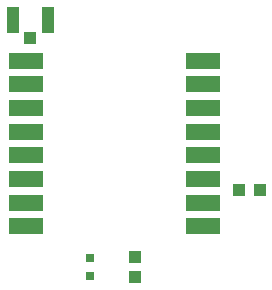
<source format=gbr>
G04 EAGLE Gerber RS-274X export*
G75*
%MOMM*%
%FSLAX34Y34*%
%LPD*%
%INSolderpaste Top*%
%IPPOS*%
%AMOC8*
5,1,8,0,0,1.08239X$1,22.5*%
G01*
%ADD10R,0.800000X0.800000*%
%ADD11R,1.000000X1.100000*%
%ADD12R,3.000000X1.400000*%
%ADD13R,1.050000X2.200000*%
%ADD14R,1.050000X1.050000*%


D10*
X-19050Y63938D03*
X-19050Y78938D03*
D11*
X107388Y136525D03*
X124388Y136525D03*
X18603Y63576D03*
X18603Y80576D03*
D12*
X76588Y106213D03*
X76588Y126213D03*
X76588Y146213D03*
X76588Y166213D03*
X76588Y186213D03*
X76588Y206213D03*
X76588Y226213D03*
X76588Y246213D03*
X-73413Y246213D03*
X-73413Y226213D03*
X-73413Y206213D03*
X-73413Y186213D03*
X-73413Y166213D03*
X-73413Y146213D03*
X-73413Y126213D03*
X-73413Y106213D03*
D13*
X-55100Y280988D03*
X-84600Y280988D03*
D14*
X-69850Y265738D03*
M02*

</source>
